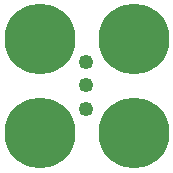
<source format=gtl>
G04 #@! TF.FileFunction,Copper,L1,Top,Signal*
%FSLAX46Y46*%
G04 Gerber Fmt 4.6, Leading zero omitted, Abs format (unit mm)*
G04 Created by KiCad (PCBNEW 4.0.1-3.201512221402+6198~38~ubuntu14.04.1-stable) date Tue 01 Mar 2016 10:18:30 PM PST*
%MOMM*%
G01*
G04 APERTURE LIST*
%ADD10C,0.100000*%
%ADD11C,6.000000*%
%ADD12C,1.250000*%
G04 APERTURE END LIST*
D10*
D11*
X135500000Y-85500000D03*
D12*
X131450000Y-89425000D03*
X131450000Y-87425000D03*
X131450000Y-91425000D03*
D11*
X135500000Y-93500000D03*
X127500000Y-85500000D03*
X127500000Y-93500000D03*
M02*

</source>
